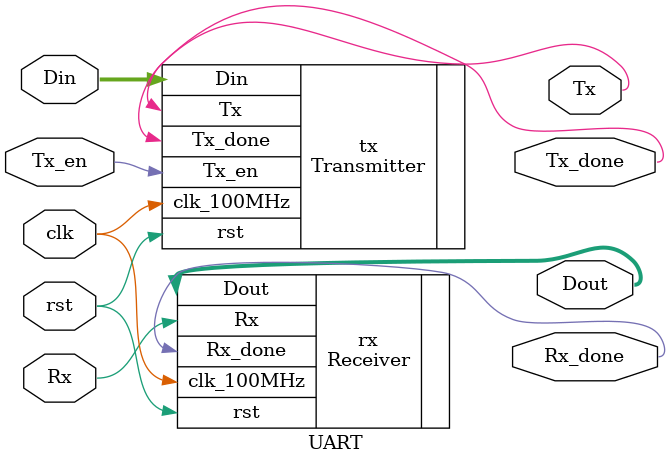
<source format=sv>
`timescale 1ns / 1ps

module UART(
    input  logic clk,      // 100 MHz main clock
    input  logic rst,      // synchronous reset
    input  logic Tx_en,    // start TX
    input  logic [7:0] Din,// TX data
    input  logic Rx,       // RX serial in
    output logic Tx_done,  // TX done flag
    output logic Tx,       // TX serial out
    output logic Rx_done,  // RX done flag
    output logic [7:0] Dout  // RX parallel out
);
    // Instantiate Transmitter
    Transmitter tx (
        .clk_100MHz(clk),
        .rst(rst),
        .Tx_en(Tx_en),
        .Din(Din),
        .Tx_done(Tx_done),
        .Tx(Tx)
    );
    
    // Instantiate Transmitter
    Receiver rx (
        .clk_100MHz(clk),
        .rst(rst),
        .Rx(Rx),
        .Rx_done(Rx_done),
        .Dout(Dout)
    );

endmodule

</source>
